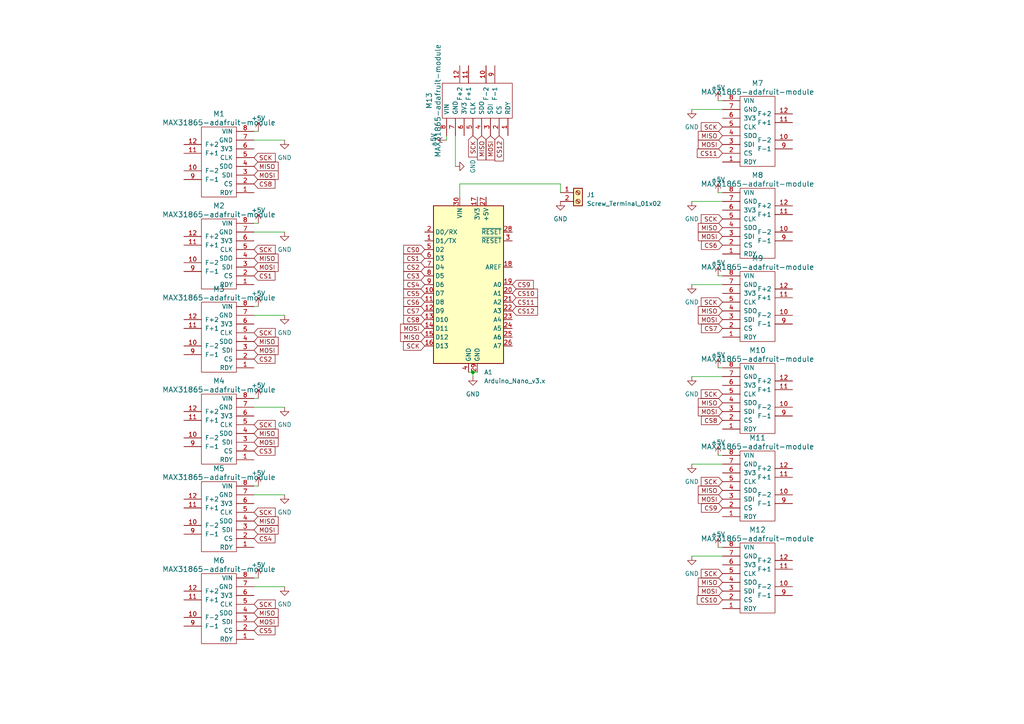
<source format=kicad_sch>
(kicad_sch (version 20230121) (generator eeschema)
  (paper "A4")
  (lib_symbols
    (symbol "Connector:Screw_Terminal_01x02" (pin_names (offset 1.016) hide)
      (property "Reference" "J" (at 0 2.54 0))
      (property "Value" "Screw_Terminal_01x02" (at 0 -5.08 0))
      (symbol "Screw_Terminal_01x02_1_1"
        (rectangle (start -1.27 1.27) (end 1.27 -3.81) (stroke (width 0.254)) (fill (type background)))
        (circle (center 0 -2.54) (radius 0.635) (stroke (width 0.1524)))
        (polyline (pts (xy -0.5334 -2.2098) (xy 0.3302 -3.048)) (stroke (width 0.1524)))
        (polyline (pts (xy -0.5334 0.3302) (xy 0.3302 -0.508)) (stroke (width 0.1524)))
        (polyline (pts (xy -0.3556 -2.032) (xy 0.508 -2.8702)) (stroke (width 0.1524)))
        (polyline (pts (xy -0.3556 0.508) (xy 0.508 -0.3302)) (stroke (width 0.1524)))
        (circle (center 0 0) (radius 0.635) (stroke (width 0.1524)))
        (pin passive line (at -5.08 0 0) (length 3.81) (name "Pin_1") (number "1"))
        (pin passive line (at -5.08 -2.54 0) (length 3.81) (name "Pin_2") (number "2"))
      )
    )
    (symbol "MCU_Module:Arduino_Nano_v3.x"
      (property "Reference" "A" (at -10.16 23.495 0))
      (property "Value" "Arduino_Nano_v3.x" (at 5.08 -24.13 0))
      (symbol "Arduino_Nano_v3.x_0_1"
        (rectangle (start -10.16 22.86) (end 10.16 -22.86) (stroke (width 0.254)) (fill (type background)))
      )
      (symbol "Arduino_Nano_v3.x_1_1"
        (pin bidirectional line (at -12.7 12.7 0) (length 2.54) (name "D1/TX") (number "1"))
        (pin bidirectional line (at -12.7 -2.54 0) (length 2.54) (name "D7") (number "10"))
        (pin bidirectional line (at -12.7 -5.08 0) (length 2.54) (name "D8") (number "11"))
        (pin bidirectional line (at -12.7 -7.62 0) (length 2.54) (name "D9") (number "12"))
        (pin bidirectional line (at -12.7 -10.16 0) (length 2.54) (name "D10") (number "13"))
        (pin bidirectional line (at -12.7 -12.7 0) (length 2.54) (name "D11") (number "14"))
        (pin bidirectional line (at -12.7 -15.24 0) (length 2.54) (name "D12") (number "15"))
        (pin bidirectional line (at -12.7 -17.78 0) (length 2.54) (name "D13") (number "16"))
        (pin power_out line (at 2.54 25.4 270) (length 2.54) (name "3V3") (number "17"))
        (pin input line (at 12.7 5.08 180) (length 2.54) (name "AREF") (number "18"))
        (pin bidirectional line (at 12.7 0 180) (length 2.54) (name "A0") (number "19"))
        (pin bidirectional line (at -12.7 15.24 0) (length 2.54) (name "D0/RX") (number "2"))
        (pin bidirectional line (at 12.7 -2.54 180) (length 2.54) (name "A1") (number "20"))
        (pin bidirectional line (at 12.7 -5.08 180) (length 2.54) (name "A2") (number "21"))
        (pin bidirectional line (at 12.7 -7.62 180) (length 2.54) (name "A3") (number "22"))
        (pin bidirectional line (at 12.7 -10.16 180) (length 2.54) (name "A4") (number "23"))
        (pin bidirectional line (at 12.7 -12.7 180) (length 2.54) (name "A5") (number "24"))
        (pin bidirectional line (at 12.7 -15.24 180) (length 2.54) (name "A6") (number "25"))
        (pin bidirectional line (at 12.7 -17.78 180) (length 2.54) (name "A7") (number "26"))
        (pin power_out line (at 5.08 25.4 270) (length 2.54) (name "+5V") (number "27"))
        (pin input line (at 12.7 15.24 180) (length 2.54) (name "~{RESET}") (number "28"))
        (pin power_in line (at 2.54 -25.4 90) (length 2.54) (name "GND") (number "29"))
        (pin input line (at 12.7 12.7 180) (length 2.54) (name "~{RESET}") (number "3"))
        (pin power_in line (at -2.54 25.4 270) (length 2.54) (name "VIN") (number "30"))
        (pin power_in line (at 0 -25.4 90) (length 2.54) (name "GND") (number "4"))
        (pin bidirectional line (at -12.7 10.16 0) (length 2.54) (name "D2") (number "5"))
        (pin bidirectional line (at -12.7 7.62 0) (length 2.54) (name "D3") (number "6"))
        (pin bidirectional line (at -12.7 5.08 0) (length 2.54) (name "D4") (number "7"))
        (pin bidirectional line (at -12.7 2.54 0) (length 2.54) (name "D5") (number "8"))
        (pin bidirectional line (at -12.7 0 0) (length 2.54) (name "D6") (number "9"))
      )
    )
    (symbol "insensitiveclod:MAX31865-adafruit-module" (pin_names (offset 1.016))
      (property "Reference" "M" (at 0 11.43 0))
      (property "Value" "MAX31865-adafruit-module" (at -1.27 -11.43 0))
      (symbol "MAX31865-adafruit-module_0_1"
        (rectangle (start -5.08 10.16) (end 5.08 -10.16))
      )
      (symbol "MAX31865-adafruit-module_1_1"
        (pin output line (at -10.16 8.89 0) (length 5.08) (name "RDY") (number "1"))
        (pin bidirectional line (at 10.16 2.54 180) (length 5.08) (name "F-2") (number "10"))
        (pin bidirectional line (at 10.16 -2.54 180) (length 5.08) (name "F+1") (number "11"))
        (pin bidirectional line (at 10.16 -5.08 180) (length 5.08) (name "F+2") (number "12"))
        (pin input line (at -10.16 6.35 0) (length 5.08) (name "CS") (number "2"))
        (pin input line (at -10.16 3.81 0) (length 5.08) (name "SDI") (number "3"))
        (pin output line (at -10.16 1.27 0) (length 5.08) (name "SDO") (number "4"))
        (pin input line (at -10.16 -1.27 0) (length 5.08) (name "CLK") (number "5"))
        (pin bidirectional line (at -10.16 -3.81 0) (length 5.08) (name "3V3") (number "6"))
        (pin power_in line (at -10.16 -6.35 0) (length 5.08) (name "GND") (number "7"))
        (pin power_in line (at -10.16 -8.89 0) (length 5.08) (name "VIN") (number "8"))
        (pin bidirectional line (at 10.16 5.08 180) (length 5.08) (name "F-1") (number "9"))
      )
    )
    (symbol "power:+5V" (power) (pin_names (offset 0))
      (property "Value" "+5V" (at 0 3.556 0))
      (symbol "+5V_0_1"
        (polyline (pts (xy -0.762 1.27) (xy 0 2.54)))
        (polyline (pts (xy 0 0) (xy 0 2.54)))
        (polyline (pts (xy 0 2.54) (xy 0.762 1.27)))
      )
      (symbol "+5V_1_1"
        (pin power_in line (at 0 0 90) (length 0) hide (name "+5V") (number "1"))
      )
    )
    (symbol "power:GND" (power) (pin_names (offset 0))
      (property "Value" "GND" (at 0 -3.81 0))
      (symbol "GND_0_1"
        (polyline (pts (xy 0 0) (xy 0 -1.27) (xy 1.27 -1.27) (xy 0 -2.54) (xy -1.27 -1.27) (xy 0 -1.27)))
      )
      (symbol "GND_1_1"
        (pin power_in line (at 0 0 270) (length 0) hide (name "GND") (number "1"))
      )
    )
  )
  (junction (at 137.16 107.95))
  (wire (pts (xy 73.66 40.64) (xy 82.55 40.64)))
  (wire (pts (xy 209.55 106.68) (xy 208.28 106.68)))
  (wire (pts (xy 209.55 31.75) (xy 200.66 31.75)))
  (wire (pts (xy 132.08 39.37) (xy 132.08 48.26)))
  (wire (pts (xy 137.16 109.22) (xy 137.16 107.95)))
  (wire (pts (xy 73.66 91.44) (xy 82.55 91.44)))
  (wire (pts (xy 209.55 161.29) (xy 200.66 161.29)))
  (wire (pts (xy 73.66 115.57) (xy 74.93 115.57)))
  (wire (pts (xy 73.66 88.9) (xy 74.93 88.9)))
  (wire (pts (xy 209.55 29.21) (xy 208.28 29.21)))
  (wire (pts (xy 209.55 55.88) (xy 208.28 55.88)))
  (wire (pts (xy 209.55 132.08) (xy 208.28 132.08)))
  (wire (pts (xy 209.55 82.55) (xy 200.66 82.55)))
  (wire (pts (xy 73.66 38.1) (xy 74.93 38.1)))
  (wire (pts (xy 209.55 80.01) (xy 208.28 80.01)))
  (wire (pts (xy 209.55 158.75) (xy 208.28 158.75)))
  (wire (pts (xy 133.35 53.34) (xy 162.56 53.34)))
  (wire (pts (xy 73.66 167.64) (xy 74.93 167.64)))
  (wire (pts (xy 162.56 53.34) (xy 162.56 55.88)))
  (wire (pts (xy 73.66 64.77) (xy 74.93 64.77)))
  (wire (pts (xy 209.55 58.42) (xy 200.66 58.42)))
  (wire (pts (xy 129.54 39.37) (xy 129.54 40.64)))
  (wire (pts (xy 133.35 57.15) (xy 133.35 53.34)))
  (wire (pts (xy 137.16 107.95) (xy 135.89 107.95)))
  (wire (pts (xy 137.16 107.95) (xy 138.43 107.95)))
  (wire (pts (xy 73.66 140.97) (xy 74.93 140.97)))
  (wire (pts (xy 73.66 67.31) (xy 82.55 67.31)))
  (wire (pts (xy 73.66 170.18) (xy 82.55 170.18)))
  (wire (pts (xy 73.66 118.11) (xy 82.55 118.11)))
  (wire (pts (xy 209.55 134.62) (xy 200.66 134.62)))
  (wire (pts (xy 73.66 143.51) (xy 82.55 143.51)))
  (wire (pts (xy 209.55 109.22) (xy 200.66 109.22)))
  (global_label "SCK" (shape input) (at 209.55 63.5 180) (property "Intersheetrefs" "${INTERSHEET_REFS}" (effects hide)))
  (global_label "CS2" (shape input) (at 123.19 77.47 180) (property "Intersheetrefs" "${INTERSHEET_REFS}" (effects hide)))
  (global_label "MOSI" (shape input) (at 73.66 180.34 0) (property "Intersheetrefs" "${INTERSHEET_REFS}" (effects hide)))
  (global_label "MOSI" (shape input) (at 73.66 153.67 0) (property "Intersheetrefs" "${INTERSHEET_REFS}" (effects hide)))
  (global_label "CS10" (shape input) (at 148.59 85.09 0) (property "Intersheetrefs" "${INTERSHEET_REFS}" (effects hide)))
  (global_label "MOSI" (shape input) (at 209.55 171.45 180) (property "Intersheetrefs" "${INTERSHEET_REFS}" (effects hide)))
  (global_label "MISO" (shape input) (at 209.55 168.91 180) (property "Intersheetrefs" "${INTERSHEET_REFS}" (effects hide)))
  (global_label "CS0" (shape input) (at 123.19 72.39 180) (property "Intersheetrefs" "${INTERSHEET_REFS}" (effects hide)))
  (global_label "MOSI" (shape input) (at 209.55 144.78 180) (property "Intersheetrefs" "${INTERSHEET_REFS}" (effects hide)))
  (global_label "SCK" (shape input) (at 137.16 39.37 270) (property "Intersheetrefs" "${INTERSHEET_REFS}" (effects hide)))
  (global_label "CS2" (shape input) (at 73.66 104.14 0) (property "Intersheetrefs" "${INTERSHEET_REFS}" (effects hide)))
  (global_label "SCK" (shape input) (at 209.55 139.7 180) (property "Intersheetrefs" "${INTERSHEET_REFS}" (effects hide)))
  (global_label "SCK" (shape input) (at 73.66 123.19 0) (property "Intersheetrefs" "${INTERSHEET_REFS}" (effects hide)))
  (global_label "SCK" (shape input) (at 123.19 100.33 180) (property "Intersheetrefs" "${INTERSHEET_REFS}" (effects hide)))
  (global_label "CS12" (shape input) (at 144.78 39.37 270) (property "Intersheetrefs" "${INTERSHEET_REFS}" (effects hide)))
  (global_label "MISO" (shape input) (at 73.66 151.13 0) (property "Intersheetrefs" "${INTERSHEET_REFS}" (effects hide)))
  (global_label "CS7" (shape input) (at 209.55 95.25 180) (property "Intersheetrefs" "${INTERSHEET_REFS}" (effects hide)))
  (global_label "CS8" (shape input) (at 73.66 53.34 0) (property "Intersheetrefs" "${INTERSHEET_REFS}" (effects hide)))
  (global_label "CS6" (shape input) (at 123.19 87.63 180) (property "Intersheetrefs" "${INTERSHEET_REFS}" (effects hide)))
  (global_label "MISO" (shape input) (at 73.66 74.93 0) (property "Intersheetrefs" "${INTERSHEET_REFS}" (effects hide)))
  (global_label "CS8" (shape input) (at 123.19 92.71 180) (property "Intersheetrefs" "${INTERSHEET_REFS}" (effects hide)))
  (global_label "CS9" (shape input) (at 148.59 82.55 0) (property "Intersheetrefs" "${INTERSHEET_REFS}" (effects hide)))
  (global_label "SCK" (shape input) (at 73.66 45.72 0) (property "Intersheetrefs" "${INTERSHEET_REFS}" (effects hide)))
  (global_label "MISO" (shape input) (at 73.66 99.06 0) (property "Intersheetrefs" "${INTERSHEET_REFS}" (effects hide)))
  (global_label "MISO" (shape input) (at 73.66 177.8 0) (property "Intersheetrefs" "${INTERSHEET_REFS}" (effects hide)))
  (global_label "CS10" (shape input) (at 209.55 173.99 180) (property "Intersheetrefs" "${INTERSHEET_REFS}" (effects hide)))
  (global_label "CS9" (shape input) (at 209.55 147.32 180) (property "Intersheetrefs" "${INTERSHEET_REFS}" (effects hide)))
  (global_label "CS4" (shape input) (at 73.66 156.21 0) (property "Intersheetrefs" "${INTERSHEET_REFS}" (effects hide)))
  (global_label "MISO" (shape input) (at 209.55 39.37 180) (property "Intersheetrefs" "${INTERSHEET_REFS}" (effects hide)))
  (global_label "CS4" (shape input) (at 123.19 82.55 180) (property "Intersheetrefs" "${INTERSHEET_REFS}" (effects hide)))
  (global_label "CS1" (shape input) (at 73.66 80.01 0) (property "Intersheetrefs" "${INTERSHEET_REFS}" (effects hide)))
  (global_label "SCK" (shape input) (at 73.66 72.39 0) (property "Intersheetrefs" "${INTERSHEET_REFS}" (effects hide)))
  (global_label "MOSI" (shape input) (at 73.66 101.6 0) (property "Intersheetrefs" "${INTERSHEET_REFS}" (effects hide)))
  (global_label "CS5" (shape input) (at 73.66 182.88 0) (property "Intersheetrefs" "${INTERSHEET_REFS}" (effects hide)))
  (global_label "CS3" (shape input) (at 123.19 80.01 180) (property "Intersheetrefs" "${INTERSHEET_REFS}" (effects hide)))
  (global_label "SCK" (shape input) (at 209.55 36.83 180) (property "Intersheetrefs" "${INTERSHEET_REFS}" (effects hide)))
  (global_label "MOSI" (shape input) (at 209.55 119.38 180) (property "Intersheetrefs" "${INTERSHEET_REFS}" (effects hide)))
  (global_label "MISO" (shape input) (at 209.55 142.24 180) (property "Intersheetrefs" "${INTERSHEET_REFS}" (effects hide)))
  (global_label "MISO" (shape input) (at 209.55 90.17 180) (property "Intersheetrefs" "${INTERSHEET_REFS}" (effects hide)))
  (global_label "CS12" (shape input) (at 148.59 90.17 0) (property "Intersheetrefs" "${INTERSHEET_REFS}" (effects hide)))
  (global_label "MOSI" (shape input) (at 209.55 92.71 180) (property "Intersheetrefs" "${INTERSHEET_REFS}" (effects hide)))
  (global_label "SCK" (shape input) (at 209.55 114.3 180) (property "Intersheetrefs" "${INTERSHEET_REFS}" (effects hide)))
  (global_label "MOSI" (shape input) (at 123.19 95.25 180) (property "Intersheetrefs" "${INTERSHEET_REFS}" (effects hide)))
  (global_label "SCK" (shape input) (at 73.66 175.26 0) (property "Intersheetrefs" "${INTERSHEET_REFS}" (effects hide)))
  (global_label "MOSI" (shape input) (at 73.66 50.8 0) (property "Intersheetrefs" "${INTERSHEET_REFS}" (effects hide)))
  (global_label "MISO" (shape input) (at 209.55 66.04 180) (property "Intersheetrefs" "${INTERSHEET_REFS}" (effects hide)))
  (global_label "MISO" (shape input) (at 123.19 97.79 180) (property "Intersheetrefs" "${INTERSHEET_REFS}" (effects hide)))
  (global_label "MOSI" (shape input) (at 73.66 128.27 0) (property "Intersheetrefs" "${INTERSHEET_REFS}" (effects hide)))
  (global_label "MISO" (shape input) (at 73.66 48.26 0) (property "Intersheetrefs" "${INTERSHEET_REFS}" (effects hide)))
  (global_label "MOSI" (shape input) (at 209.55 68.58 180) (property "Intersheetrefs" "${INTERSHEET_REFS}" (effects hide)))
  (global_label "MOSI" (shape input) (at 73.66 77.47 0) (property "Intersheetrefs" "${INTERSHEET_REFS}" (effects hide)))
  (global_label "CS5" (shape input) (at 123.19 85.09 180) (property "Intersheetrefs" "${INTERSHEET_REFS}" (effects hide)))
  (global_label "CS8" (shape input) (at 209.55 121.92 180) (property "Intersheetrefs" "${INTERSHEET_REFS}" (effects hide)))
  (global_label "MOSI" (shape input) (at 142.24 39.37 270) (property "Intersheetrefs" "${INTERSHEET_REFS}" (effects hide)))
  (global_label "SCK" (shape input) (at 209.55 87.63 180) (property "Intersheetrefs" "${INTERSHEET_REFS}" (effects hide)))
  (global_label "SCK" (shape input) (at 73.66 148.59 0) (property "Intersheetrefs" "${INTERSHEET_REFS}" (effects hide)))
  (global_label "CS6" (shape input) (at 209.55 71.12 180) (property "Intersheetrefs" "${INTERSHEET_REFS}" (effects hide)))
  (global_label "MISO" (shape input) (at 73.66 125.73 0) (property "Intersheetrefs" "${INTERSHEET_REFS}" (effects hide)))
  (global_label "MISO" (shape input) (at 139.7 39.37 270) (property "Intersheetrefs" "${INTERSHEET_REFS}" (effects hide)))
  (global_label "SCK" (shape input) (at 209.55 166.37 180) (property "Intersheetrefs" "${INTERSHEET_REFS}" (effects hide)))
  (global_label "CS3" (shape input) (at 73.66 130.81 0) (property "Intersheetrefs" "${INTERSHEET_REFS}" (effects hide)))
  (global_label "CS11" (shape input) (at 148.59 87.63 0) (property "Intersheetrefs" "${INTERSHEET_REFS}" (effects hide)))
  (global_label "CS1" (shape input) (at 123.19 74.93 180) (property "Intersheetrefs" "${INTERSHEET_REFS}" (effects hide)))
  (global_label "CS11" (shape input) (at 209.55 44.45 180) (property "Intersheetrefs" "${INTERSHEET_REFS}" (effects hide)))
  (global_label "CS7" (shape input) (at 123.19 90.17 180) (property "Intersheetrefs" "${INTERSHEET_REFS}" (effects hide)))
  (global_label "MISO" (shape input) (at 209.55 116.84 180) (property "Intersheetrefs" "${INTERSHEET_REFS}" (effects hide)))
  (global_label "SCK" (shape input) (at 73.66 96.52 0) (property "Intersheetrefs" "${INTERSHEET_REFS}" (effects hide)))
  (global_label "MOSI" (shape input) (at 209.55 41.91 180) (property "Intersheetrefs" "${INTERSHEET_REFS}" (effects hide)))
  (symbol (lib_id "insensitiveclod:MAX31865-adafruit-module") (at 63.5 149.86 180) (unit 1)
    (property "Reference" "M5" (at 63.5 135.89 0) (effects (font (size 1.524 1.524))))
    (property "Value" "MAX31865-adafruit-module" (at 63.5 138.43 0) (effects (font (size 1.524 1.524))))
    (property "Footprint" "insensitiveclod:MAX31865-module-Adafruit" (effects hide))
  )
  (symbol (lib_id "power:GND") (at 137.16 109.22 0) (mirror y) (unit 1)
    (property "Reference" "#PWR027" (effects hide))
    (property "Value" "GND" (at 137.16 114.3 0))
  )
  (symbol (lib_id "power:GND") (at 82.55 118.11 0) (unit 1)
    (property "Reference" "#PWR08" (effects hide))
    (property "Value" "GND" (at 82.55 123.19 0))
  )
  (symbol (lib_id "insensitiveclod:MAX31865-adafruit-module") (at 219.71 167.64 0) (mirror x) (unit 1)
    (property "Reference" "M12" (at 219.71 153.67 0) (effects (font (size 1.524 1.524))))
    (property "Value" "MAX31865-adafruit-module" (at 219.71 156.21 0) (effects (font (size 1.524 1.524))))
    (property "Footprint" "insensitiveclod:MAX31865-module-Adafruit" (effects hide))
  )
  (symbol (lib_id "power:GND") (at 200.66 134.62 0) (mirror y) (unit 1)
    (property "Reference" "#PWR023" (effects hide))
    (property "Value" "GND" (at 200.66 139.7 0))
  )
  (symbol (lib_id "power:+5V") (at 208.28 106.68 0) (mirror y) (unit 1)
    (property "Reference" "#PWR016" (effects hide))
    (property "Value" "+5V" (at 208.28 102.87 0))
  )
  (symbol (lib_id "insensitiveclod:MAX31865-adafruit-module") (at 219.71 64.77 0) (mirror x) (unit 1)
    (property "Reference" "M8" (at 219.71 50.8 0) (effects (font (size 1.524 1.524))))
    (property "Value" "MAX31865-adafruit-module" (at 219.71 53.34 0) (effects (font (size 1.524 1.524))))
    (property "Footprint" "insensitiveclod:MAX31865-module-Adafruit" (effects hide))
  )
  (symbol (lib_id "power:+5V") (at 74.93 38.1 0) (unit 1)
    (property "Reference" "#PWR01" (effects hide))
    (property "Value" "+5V" (at 74.93 34.29 0))
  )
  (symbol (lib_id "insensitiveclod:MAX31865-adafruit-module") (at 219.71 38.1 0) (mirror x) (unit 1)
    (property "Reference" "M7" (at 219.71 24.13 0) (effects (font (size 1.524 1.524))))
    (property "Value" "MAX31865-adafruit-module" (at 219.71 26.67 0) (effects (font (size 1.524 1.524))))
    (property "Footprint" "insensitiveclod:MAX31865-module-Adafruit" (effects hide))
  )
  (symbol (lib_id "Connector:Screw_Terminal_01x02") (at 167.64 55.88 0) (unit 1)
    (property "Reference" "J1" (at 170.18 56.515 0) (effects (justify left)))
    (property "Value" "Screw_Terminal_01x02" (at 170.18 59.055 0) (effects (justify left)))
    (property "Footprint" "TerminalBlock:TerminalBlock_bornier-2_P5.08mm" (effects hide))
  )
  (symbol (lib_id "power:+5V") (at 208.28 132.08 0) (mirror y) (unit 1)
    (property "Reference" "#PWR017" (effects hide))
    (property "Value" "+5V" (at 208.28 128.27 0))
  )
  (symbol (lib_id "insensitiveclod:MAX31865-adafruit-module") (at 63.5 97.79 180) (unit 1)
    (property "Reference" "M3" (at 63.5 83.82 0) (effects (font (size 1.524 1.524))))
    (property "Value" "MAX31865-adafruit-module" (at 63.5 86.36 0) (effects (font (size 1.524 1.524))))
    (property "Footprint" "insensitiveclod:MAX31865-module-Adafruit" (effects hide))
  )
  (symbol (lib_id "MCU_Module:Arduino_Nano_v3.x") (at 135.89 82.55 0) (unit 1)
    (property "Reference" "A1" (at 140.3859 107.95 0) (effects (justify left)))
    (property "Value" "Arduino_Nano_v3.x" (at 140.3859 110.49 0) (effects (justify left)))
    (property "Footprint" "Module:Arduino_Nano" (effects hide))
    (property "Datasheet" "http://www.mouser.com/pdfdocs/Gravitech_Arduino_Nano3_0.pdf" (effects hide))
  )
  (symbol (lib_id "power:+5V") (at 74.93 115.57 0) (unit 1)
    (property "Reference" "#PWR07" (effects hide))
    (property "Value" "+5V" (at 74.93 111.76 0))
  )
  (symbol (lib_id "insensitiveclod:MAX31865-adafruit-module") (at 63.5 46.99 180) (unit 1)
    (property "Reference" "M1" (at 63.5 33.02 0) (effects (font (size 1.524 1.524))))
    (property "Value" "MAX31865-adafruit-module" (at 63.5 35.56 0) (effects (font (size 1.524 1.524))))
    (property "Footprint" "insensitiveclod:MAX31865-module-Adafruit" (effects hide))
  )
  (symbol (lib_id "insensitiveclod:MAX31865-adafruit-module") (at 219.71 88.9 0) (mirror x) (unit 1)
    (property "Reference" "M9" (at 219.71 74.93 0) (effects (font (size 1.524 1.524))))
    (property "Value" "MAX31865-adafruit-module" (at 219.71 77.47 0) (effects (font (size 1.524 1.524))))
    (property "Footprint" "insensitiveclod:MAX31865-module-Adafruit" (effects hide))
  )
  (symbol (lib_id "power:+5V") (at 208.28 158.75 0) (mirror y) (unit 1)
    (property "Reference" "#PWR018" (effects hide))
    (property "Value" "+5V" (at 208.28 154.94 0))
  )
  (symbol (lib_id "power:GND") (at 82.55 91.44 0) (unit 1)
    (property "Reference" "#PWR06" (effects hide))
    (property "Value" "GND" (at 82.55 96.52 0))
  )
  (symbol (lib_id "power:GND") (at 82.55 67.31 0) (unit 1)
    (property "Reference" "#PWR04" (effects hide))
    (property "Value" "GND" (at 82.55 72.39 0))
  )
  (symbol (lib_id "power:GND") (at 82.55 170.18 0) (unit 1)
    (property "Reference" "#PWR012" (effects hide))
    (property "Value" "GND" (at 82.55 175.26 0))
  )
  (symbol (lib_id "power:GND") (at 82.55 40.64 0) (unit 1)
    (property "Reference" "#PWR02" (effects hide))
    (property "Value" "GND" (at 82.55 45.72 0))
  )
  (symbol (lib_id "power:+5V") (at 74.93 140.97 0) (unit 1)
    (property "Reference" "#PWR09" (effects hide))
    (property "Value" "+5V" (at 74.93 137.16 0))
  )
  (symbol (lib_id "insensitiveclod:MAX31865-adafruit-module") (at 219.71 140.97 0) (mirror x) (unit 1)
    (property "Reference" "M11" (at 219.71 127 0) (effects (font (size 1.524 1.524))))
    (property "Value" "MAX31865-adafruit-module" (at 219.71 129.54 0) (effects (font (size 1.524 1.524))))
    (property "Footprint" "insensitiveclod:MAX31865-module-Adafruit" (effects hide))
  )
  (symbol (lib_id "insensitiveclod:MAX31865-adafruit-module") (at 63.5 73.66 180) (unit 1)
    (property "Reference" "M2" (at 63.5 59.69 0) (effects (font (size 1.524 1.524))))
    (property "Value" "MAX31865-adafruit-module" (at 63.5 62.23 0) (effects (font (size 1.524 1.524))))
    (property "Footprint" "insensitiveclod:MAX31865-module-Adafruit" (effects hide))
  )
  (symbol (lib_id "power:+5V") (at 74.93 167.64 0) (unit 1)
    (property "Reference" "#PWR011" (effects hide))
    (property "Value" "+5V" (at 74.93 163.83 0))
  )
  (symbol (lib_id "power:GND") (at 82.55 143.51 0) (unit 1)
    (property "Reference" "#PWR010" (effects hide))
    (property "Value" "GND" (at 82.55 148.59 0))
  )
  (symbol (lib_id "power:GND") (at 200.66 31.75 0) (mirror y) (unit 1)
    (property "Reference" "#PWR019" (effects hide))
    (property "Value" "GND" (at 200.66 36.83 0))
  )
  (symbol (lib_id "insensitiveclod:MAX31865-adafruit-module") (at 63.5 124.46 180) (unit 1)
    (property "Reference" "M4" (at 63.5 110.49 0) (effects (font (size 1.524 1.524))))
    (property "Value" "MAX31865-adafruit-module" (at 63.5 113.03 0) (effects (font (size 1.524 1.524))))
    (property "Footprint" "insensitiveclod:MAX31865-module-Adafruit" (effects hide))
  )
  (symbol (lib_id "insensitiveclod:MAX31865-adafruit-module") (at 219.71 115.57 0) (mirror x) (unit 1)
    (property "Reference" "M10" (at 219.71 101.6 0) (effects (font (size 1.524 1.524))))
    (property "Value" "MAX31865-adafruit-module" (at 219.71 104.14 0) (effects (font (size 1.524 1.524))))
    (property "Footprint" "insensitiveclod:MAX31865-module-Adafruit" (effects hide))
  )
  (symbol (lib_id "power:+5V") (at 208.28 29.21 0) (mirror y) (unit 1)
    (property "Reference" "#PWR013" (effects hide))
    (property "Value" "+5V" (at 208.28 25.4 0))
  )
  (symbol (lib_id "power:GND") (at 200.66 58.42 0) (mirror y) (unit 1)
    (property "Reference" "#PWR020" (effects hide))
    (property "Value" "GND" (at 200.66 63.5 0))
  )
  (symbol (lib_id "insensitiveclod:MAX31865-adafruit-module") (at 63.5 176.53 180) (unit 1)
    (property "Reference" "M6" (at 63.5 162.56 0) (effects (font (size 1.524 1.524))))
    (property "Value" "MAX31865-adafruit-module" (at 63.5 165.1 0) (effects (font (size 1.524 1.524))))
    (property "Footprint" "insensitiveclod:MAX31865-module-Adafruit" (effects hide))
  )
  (symbol (lib_id "power:GND") (at 200.66 161.29 0) (mirror y) (unit 1)
    (property "Reference" "#PWR024" (effects hide))
    (property "Value" "GND" (at 200.66 166.37 0))
  )
  (symbol (lib_id "power:GND") (at 200.66 82.55 0) (mirror y) (unit 1)
    (property "Reference" "#PWR021" (effects hide))
    (property "Value" "GND" (at 200.66 87.63 0))
  )
  (symbol (lib_id "power:GND") (at 162.56 58.42 0) (mirror y) (unit 1)
    (property "Reference" "#PWR028" (effects hide))
    (property "Value" "GND" (at 162.56 63.5 0))
  )
  (symbol (lib_id "power:+5V") (at 208.28 55.88 0) (mirror y) (unit 1)
    (property "Reference" "#PWR014" (effects hide))
    (property "Value" "+5V" (at 208.28 52.07 0))
  )
  (symbol (lib_id "power:GND") (at 200.66 109.22 0) (mirror y) (unit 1)
    (property "Reference" "#PWR022" (effects hide))
    (property "Value" "GND" (at 200.66 114.3 0))
  )
  (symbol (lib_id "power:+5V") (at 74.93 88.9 0) (unit 1)
    (property "Reference" "#PWR05" (effects hide))
    (property "Value" "+5V" (at 74.93 85.09 0))
  )
  (symbol (lib_id "power:+5V") (at 129.54 40.64 90) (mirror x) (unit 1)
    (property "Reference" "#PWR026" (effects hide))
    (property "Value" "+5V" (at 125.73 40.64 0))
  )
  (symbol (lib_id "insensitiveclod:MAX31865-adafruit-module") (at 138.43 29.21 270) (mirror x) (unit 1)
    (property "Reference" "M13" (at 124.46 29.21 0) (effects (font (size 1.524 1.524))))
    (property "Value" "MAX31865-adafruit-module" (at 127 29.21 0) (effects (font (size 1.524 1.524))))
    (property "Footprint" "insensitiveclod:MAX31865-module-Adafruit" (effects hide))
  )
  (symbol (lib_id "power:GND") (at 132.08 48.26 90) (mirror x) (unit 1)
    (property "Reference" "#PWR025" (effects hide))
    (property "Value" "GND" (at 137.16 48.26 0))
  )
  (symbol (lib_id "power:+5V") (at 74.93 64.77 0) (unit 1)
    (property "Reference" "#PWR03" (effects hide))
    (property "Value" "+5V" (at 74.93 60.96 0))
  )
  (symbol (lib_id "power:+5V") (at 208.28 80.01 0) (mirror y) (unit 1)
    (property "Reference" "#PWR015" (effects hide))
    (property "Value" "+5V" (at 208.28 76.2 0))
  )
)
</source>
